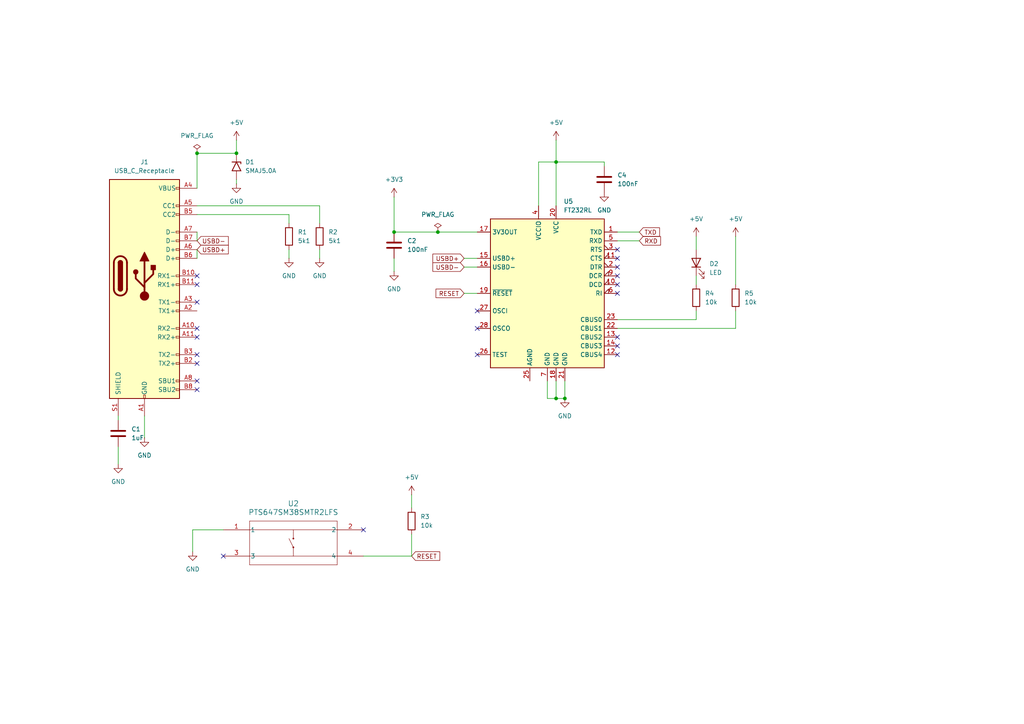
<source format=kicad_sch>
(kicad_sch (version 20231120) (generator "eeschema") (generator_version "8.0")
  (paper "A4")
  (lib_symbols
    (symbol "Connector:USB_C_Receptacle" (pin_names (offset 1.016))
      (property "Reference" "J" (at -10.16 29.21 0))
      (property "Value" "USB_C_Receptacle" (at 10.16 29.21 0))
      (symbol "USB_C_Receptacle_0_0"
        (rectangle (start -0.254 -35.56) (end 0.254 -34.544))
        (rectangle (start 10.16 -32.766) (end 9.144 -33.274))
        (rectangle (start 10.16 -30.226) (end 9.144 -30.734))
        (rectangle (start 10.16 -25.146) (end 9.144 -25.654))
        (rectangle (start 10.16 -22.606) (end 9.144 -23.114))
        (rectangle (start 10.16 -17.526) (end 9.144 -18.034))
        (rectangle (start 10.16 -14.986) (end 9.144 -15.494))
        (rectangle (start 10.16 -9.906) (end 9.144 -10.414))
        (rectangle (start 10.16 -7.366) (end 9.144 -7.874))
        (rectangle (start 10.16 -2.286) (end 9.144 -2.794))
        (rectangle (start 10.16 0.254) (end 9.144 -0.254))
        (rectangle (start 10.16 5.334) (end 9.144 4.826))
        (rectangle (start 10.16 7.874) (end 9.144 7.366))
        (rectangle (start 10.16 10.414) (end 9.144 9.906))
        (rectangle (start 10.16 12.954) (end 9.144 12.446))
        (rectangle (start 10.16 18.034) (end 9.144 17.526))
        (rectangle (start 10.16 20.574) (end 9.144 20.066))
        (rectangle (start 10.16 25.654) (end 9.144 25.146))
      )
      (symbol "USB_C_Receptacle_0_1"
        (rectangle (start -10.16 27.94) (end 10.16 -35.56) (stroke (width 0.254)) (fill (type background)))
        (arc (start -8.89 -3.81) (mid -6.985 -5.7067) (end -5.08 -3.81) (stroke (width 0.508)))
        (arc (start -7.62 -3.81) (mid -6.985 -4.4423) (end -6.35 -3.81) (stroke (width 0.254)))
        (arc (start -7.62 -3.81) (mid -6.985 -4.4423) (end -6.35 -3.81) (stroke (width 0.254)) (fill (type outline)))
        (rectangle (start -7.62 -3.81) (end -6.35 3.81) (stroke (width 0.254)) (fill (type outline)))
        (arc (start -6.35 3.81) (mid -6.985 4.4423) (end -7.62 3.81) (stroke (width 0.254)))
        (arc (start -6.35 3.81) (mid -6.985 4.4423) (end -7.62 3.81) (stroke (width 0.254)) (fill (type outline)))
        (arc (start -5.08 3.81) (mid -6.985 5.7067) (end -8.89 3.81) (stroke (width 0.508)))
        (polyline (pts (xy -8.89 -3.81) (xy -8.89 3.81)) (stroke (width 0.508)))
        (polyline (pts (xy -5.08 3.81) (xy -5.08 -3.81)) (stroke (width 0.508)))
      )
      (symbol "USB_C_Receptacle_1_1"
        (circle (center -2.54 1.143) (radius 0.635) (stroke (width 0.254)) (fill (type outline)))
        (circle (center 0 -5.842) (radius 1.27) (fill (type outline)))
        (polyline (pts (xy 0 -5.842) (xy 0 4.318)) (stroke (width 0.508)))
        (polyline (pts (xy 0 -3.302) (xy -2.54 -0.762) (xy -2.54 0.508)) (stroke (width 0.508)))
        (polyline (pts (xy 0 -2.032) (xy 2.54 0.508) (xy 2.54 1.778)) (stroke (width 0.508)))
        (polyline (pts (xy -1.27 4.318) (xy 0 6.858) (xy 1.27 4.318) (xy -1.27 4.318)) (stroke (width 0.254)) (fill (type outline)))
        (rectangle (start 1.905 1.778) (end 3.175 3.048) (stroke (width 0.254)) (fill (type outline)))
        (pin passive line (at 0 -40.64 90) (length 5.08) (name "GND") (number "A1"))
        (pin bidirectional line (at 15.24 -15.24 180) (length 5.08) (name "RX2-") (number "A10"))
        (pin bidirectional line (at 15.24 -17.78 180) (length 5.08) (name "RX2+") (number "A11"))
        (pin passive line (at 0 -40.64 90) (length 5.08) hide (name "GND") (number "A12"))
        (pin bidirectional line (at 15.24 -10.16 180) (length 5.08) (name "TX1+") (number "A2"))
        (pin bidirectional line (at 15.24 -7.62 180) (length 5.08) (name "TX1-") (number "A3"))
        (pin passive line (at 15.24 25.4 180) (length 5.08) (name "VBUS") (number "A4"))
        (pin bidirectional line (at 15.24 20.32 180) (length 5.08) (name "CC1") (number "A5"))
        (pin bidirectional line (at 15.24 7.62 180) (length 5.08) (name "D+") (number "A6"))
        (pin bidirectional line (at 15.24 12.7 180) (length 5.08) (name "D-") (number "A7"))
        (pin bidirectional line (at 15.24 -30.48 180) (length 5.08) (name "SBU1") (number "A8"))
        (pin passive line (at 15.24 25.4 180) (length 5.08) hide (name "VBUS") (number "A9"))
        (pin passive line (at 0 -40.64 90) (length 5.08) hide (name "GND") (number "B1"))
        (pin bidirectional line (at 15.24 0 180) (length 5.08) (name "RX1-") (number "B10"))
        (pin bidirectional line (at 15.24 -2.54 180) (length 5.08) (name "RX1+") (number "B11"))
        (pin passive line (at 0 -40.64 90) (length 5.08) hide (name "GND") (number "B12"))
        (pin bidirectional line (at 15.24 -25.4 180) (length 5.08) (name "TX2+") (number "B2"))
        (pin bidirectional line (at 15.24 -22.86 180) (length 5.08) (name "TX2-") (number "B3"))
        (pin passive line (at 15.24 25.4 180) (length 5.08) hide (name "VBUS") (number "B4"))
        (pin bidirectional line (at 15.24 17.78 180) (length 5.08) (name "CC2") (number "B5"))
        (pin bidirectional line (at 15.24 5.08 180) (length 5.08) (name "D+") (number "B6"))
        (pin bidirectional line (at 15.24 10.16 180) (length 5.08) (name "D-") (number "B7"))
        (pin bidirectional line (at 15.24 -33.02 180) (length 5.08) (name "SBU2") (number "B8"))
        (pin passive line (at 15.24 25.4 180) (length 5.08) hide (name "VBUS") (number "B9"))
        (pin passive line (at -7.62 -40.64 90) (length 5.08) (name "SHIELD") (number "S1"))
      )
    )
    (symbol "Device:C" (pin_numbers hide) (pin_names (offset 0.254))
      (property "Reference" "C" (at 0.635 2.54 0))
      (property "Value" "C" (at 0.635 -2.54 0))
      (symbol "C_0_1"
        (polyline (pts (xy -2.032 -0.762) (xy 2.032 -0.762)) (stroke (width 0.508)))
        (polyline (pts (xy -2.032 0.762) (xy 2.032 0.762)) (stroke (width 0.508)))
      )
      (symbol "C_1_1"
        (pin passive line (at 0 3.81 270) (length 2.794) (name "~") (number "1"))
        (pin passive line (at 0 -3.81 90) (length 2.794) (name "~") (number "2"))
      )
    )
    (symbol "Device:LED" (pin_numbers hide) (pin_names (offset 1.016) hide)
      (property "Reference" "D" (at 0 2.54 0))
      (property "Value" "LED" (at 0 -2.54 0))
      (symbol "LED_0_1"
        (polyline (pts (xy -1.27 -1.27) (xy -1.27 1.27)) (stroke (width 0.254)))
        (polyline (pts (xy -1.27 0) (xy 1.27 0)))
        (polyline (pts (xy 1.27 -1.27) (xy 1.27 1.27) (xy -1.27 0) (xy 1.27 -1.27)) (stroke (width 0.254)))
        (polyline (pts (xy -3.048 -0.762) (xy -4.572 -2.286) (xy -3.81 -2.286) (xy -4.572 -2.286) (xy -4.572 -1.524)))
        (polyline (pts (xy -1.778 -0.762) (xy -3.302 -2.286) (xy -2.54 -2.286) (xy -3.302 -2.286) (xy -3.302 -1.524)))
      )
      (symbol "LED_1_1"
        (pin passive line (at -3.81 0 0) (length 2.54) (name "K") (number "1"))
        (pin passive line (at 3.81 0 180) (length 2.54) (name "A") (number "2"))
      )
    )
    (symbol "Device:R" (pin_numbers hide) (pin_names (offset 0))
      (property "Reference" "R" (at 2.032 0 90))
      (property "Value" "R" (at 0 0 90))
      (symbol "R_0_1"
        (rectangle (start -1.016 -2.54) (end 1.016 2.54) (stroke (width 0.254)))
      )
      (symbol "R_1_1"
        (pin passive line (at 0 3.81 270) (length 1.27) (name "~") (number "1"))
        (pin passive line (at 0 -3.81 90) (length 1.27) (name "~") (number "2"))
      )
    )
    (symbol "Diode:SMAJ5.0A" (pin_numbers hide) (pin_names (offset 1.016) hide)
      (property "Reference" "D" (at 0 2.54 0))
      (property "Value" "SMAJ5.0A" (at 0 -2.54 0))
      (symbol "SMAJ5.0A_0_1"
        (polyline (pts (xy -0.762 1.27) (xy -1.27 1.27) (xy -1.27 -1.27)) (stroke (width 0.254)))
        (polyline (pts (xy 1.27 1.27) (xy 1.27 -1.27) (xy -1.27 0) (xy 1.27 1.27)) (stroke (width 0.254)))
      )
      (symbol "SMAJ5.0A_1_1"
        (pin passive line (at -3.81 0 0) (length 2.54) (name "A1") (number "1"))
        (pin passive line (at 3.81 0 180) (length 2.54) (name "A2") (number "2"))
      )
    )
    (symbol "Imported_Component_Symbols:PTS647SM38SMTR2LFS" (pin_names (offset 0.254))
      (property "Reference" "U" (at 20.32 7.62 0))
      (property "Value" "PTS647SM38SMTR2LFS" (at 20.32 5.08 0))
      (symbol "PTS647SM38SMTR2LFS_0_1"
        (polyline (pts (xy 7.62 -10.16) (xy 33.02 -10.16)) (stroke (width 0.127)))
        (polyline (pts (xy 7.62 -7.62) (xy 33.02 -7.62)) (stroke (width 0.127)))
        (polyline (pts (xy 7.62 0) (xy 33.02 0)) (stroke (width 0.127)))
        (polyline (pts (xy 7.62 2.54) (xy 7.62 -10.16)) (stroke (width 0.127)))
        (polyline (pts (xy 20.32 -5.08) (xy 19.05 -2.54)) (stroke (width 0.127)))
        (polyline (pts (xy 20.32 -5.08) (xy 20.32 -7.62)) (stroke (width 0.127)))
        (polyline (pts (xy 20.32 0) (xy 20.32 -2.54)) (stroke (width 0.127)))
        (polyline (pts (xy 33.02 -10.16) (xy 33.02 2.54)) (stroke (width 0.127)))
        (polyline (pts (xy 33.02 2.54) (xy 7.62 2.54)) (stroke (width 0.127)))
        (circle (center 20.32 -5.08) (radius 0.127) (stroke (width 0.254)))
        (circle (center 20.32 -2.54) (radius 0.127) (stroke (width 0.254)))
        (pin unspecified line (at 0 0 0) (length 7.62) (name "1") (number "1"))
        (pin unspecified line (at 40.64 0 180) (length 7.62) (name "2") (number "2"))
        (pin unspecified line (at 0 -7.62 0) (length 7.62) (name "3") (number "3"))
        (pin unspecified line (at 40.64 -7.62 180) (length 7.62) (name "4") (number "4"))
      )
    )
    (symbol "Interface_USB:FT232RL"
      (property "Reference" "U" (at -16.51 22.86 0))
      (property "Value" "FT232RL" (at 10.16 22.86 0))
      (symbol "FT232RL_0_1"
        (rectangle (start -16.51 21.59) (end 16.51 -21.59) (stroke (width 0.254)) (fill (type background)))
      )
      (symbol "FT232RL_1_1"
        (pin output line (at 20.32 17.78 180) (length 3.81) (name "TXD") (number "1"))
        (pin input input_low (at 20.32 2.54 180) (length 3.81) (name "DCD") (number "10"))
        (pin input input_low (at 20.32 10.16 180) (length 3.81) (name "CTS") (number "11"))
        (pin bidirectional line (at 20.32 -17.78 180) (length 3.81) (name "CBUS4") (number "12"))
        (pin bidirectional line (at 20.32 -12.7 180) (length 3.81) (name "CBUS2") (number "13"))
        (pin bidirectional line (at 20.32 -15.24 180) (length 3.81) (name "CBUS3") (number "14"))
        (pin bidirectional line (at -20.32 10.16 0) (length 3.81) (name "USBD+") (number "15"))
        (pin bidirectional line (at -20.32 7.62 0) (length 3.81) (name "USBD-") (number "16"))
        (pin power_out line (at -20.32 17.78 0) (length 3.81) (name "3V3OUT") (number "17"))
        (pin power_in line (at 2.54 -25.4 90) (length 3.81) (name "GND") (number "18"))
        (pin input line (at -20.32 0 0) (length 3.81) (name "~{RESET}") (number "19"))
        (pin output output_low (at 20.32 7.62 180) (length 3.81) (name "DTR") (number "2"))
        (pin power_in line (at 2.54 25.4 270) (length 3.81) (name "VCC") (number "20"))
        (pin power_in line (at 5.08 -25.4 90) (length 3.81) (name "GND") (number "21"))
        (pin bidirectional line (at 20.32 -10.16 180) (length 3.81) (name "CBUS1") (number "22"))
        (pin bidirectional line (at 20.32 -7.62 180) (length 3.81) (name "CBUS0") (number "23"))
        (pin power_in line (at -5.08 -25.4 90) (length 3.81) (name "AGND") (number "25"))
        (pin input line (at -20.32 -17.78 0) (length 3.81) (name "TEST") (number "26"))
        (pin input line (at -20.32 -5.08 0) (length 3.81) (name "OSCI") (number "27"))
        (pin output line (at -20.32 -10.16 0) (length 3.81) (name "OSCO") (number "28"))
        (pin output output_low (at 20.32 12.7 180) (length 3.81) (name "RTS") (number "3"))
        (pin power_in line (at -2.54 25.4 270) (length 3.81) (name "VCCIO") (number "4"))
        (pin input line (at 20.32 15.24 180) (length 3.81) (name "RXD") (number "5"))
        (pin input input_low (at 20.32 0 180) (length 3.81) (name "RI") (number "6"))
        (pin power_in line (at 0 -25.4 90) (length 3.81) (name "GND") (number "7"))
        (pin input input_low (at 20.32 5.08 180) (length 3.81) (name "DCR") (number "9"))
      )
    )
    (symbol "power:+3V3" (power) (pin_numbers hide) (pin_names (offset 0) hide)
      (property "Value" "+3V3" (at 0 3.556 0))
      (symbol "+3V3_0_1"
        (polyline (pts (xy -0.762 1.27) (xy 0 2.54)))
        (polyline (pts (xy 0 0) (xy 0 2.54)))
        (polyline (pts (xy 0 2.54) (xy 0.762 1.27)))
      )
      (symbol "+3V3_1_1"
        (pin power_in line (at 0 0 90) (length 0) (name "~") (number "1"))
      )
    )
    (symbol "power:+5V" (power) (pin_numbers hide) (pin_names (offset 0) hide)
      (property "Value" "+5V" (at 0 3.556 0))
      (symbol "+5V_0_1"
        (polyline (pts (xy -0.762 1.27) (xy 0 2.54)))
        (polyline (pts (xy 0 0) (xy 0 2.54)))
        (polyline (pts (xy 0 2.54) (xy 0.762 1.27)))
      )
      (symbol "+5V_1_1"
        (pin power_in line (at 0 0 90) (length 0) (name "~") (number "1"))
      )
    )
    (symbol "power:GND" (power) (pin_numbers hide) (pin_names (offset 0) hide)
      (property "Value" "GND" (at 0 -3.81 0))
      (symbol "GND_0_1"
        (polyline (pts (xy 0 0) (xy 0 -1.27) (xy 1.27 -1.27) (xy 0 -2.54) (xy -1.27 -1.27) (xy 0 -1.27)))
      )
      (symbol "GND_1_1"
        (pin power_in line (at 0 0 270) (length 0) (name "~") (number "1"))
      )
    )
    (symbol "power:PWR_FLAG" (power) (pin_numbers hide) (pin_names (offset 0) hide)
      (property "Value" "PWR_FLAG" (at 0 3.81 0))
      (symbol "PWR_FLAG_0_0"
        (pin power_out line (at 0 0 90) (length 0) (name "~") (number "1"))
      )
      (symbol "PWR_FLAG_0_1"
        (polyline (pts (xy 0 0) (xy 0 1.27) (xy -1.016 1.905) (xy 0 2.54) (xy 1.016 1.905) (xy 0 1.27)))
      )
    )
  )
  (junction (at 127 67.31))
  (junction (at 114.3 67.31))
  (junction (at 68.58 44.45))
  (junction (at 57.15 44.45))
  (junction (at 161.29 46.99))
  (junction (at 163.83 115.57))
  (junction (at 161.29 115.57))
  (no_connect (at 179.07 85.09))
  (no_connect (at 138.43 95.25))
  (no_connect (at 179.07 80.01))
  (no_connect (at 64.77 161.29))
  (no_connect (at 179.07 72.39))
  (no_connect (at 179.07 100.33))
  (no_connect (at 179.07 74.93))
  (no_connect (at 138.43 90.17))
  (no_connect (at 57.15 87.63))
  (no_connect (at 57.15 113.03))
  (no_connect (at 57.15 110.49))
  (no_connect (at 179.07 97.79))
  (no_connect (at 179.07 82.55))
  (no_connect (at 57.15 95.25))
  (no_connect (at 138.43 102.87))
  (no_connect (at 57.15 105.41))
  (no_connect (at 57.15 82.55))
  (no_connect (at 105.41 153.67))
  (no_connect (at 57.15 97.79))
  (no_connect (at 179.07 102.87))
  (no_connect (at 57.15 102.87))
  (no_connect (at 179.07 77.47))
  (no_connect (at 57.15 80.01))
  (wire (pts (xy 201.93 80.01) (xy 201.93 82.55)))
  (wire (pts (xy 105.41 161.29) (xy 119.38 161.29)))
  (wire (pts (xy 114.3 74.93) (xy 114.3 78.74)))
  (wire (pts (xy 185.42 69.85) (xy 179.07 69.85)))
  (wire (pts (xy 34.29 129.54) (xy 34.29 134.62)))
  (wire (pts (xy 57.15 62.23) (xy 83.82 62.23)))
  (wire (pts (xy 201.93 68.58) (xy 201.93 72.39)))
  (wire (pts (xy 127 67.31) (xy 138.43 67.31)))
  (wire (pts (xy 92.71 59.69) (xy 92.71 64.77)))
  (wire (pts (xy 68.58 44.45) (xy 68.58 40.64)))
  (wire (pts (xy 134.62 77.47) (xy 138.43 77.47)))
  (wire (pts (xy 175.26 48.26) (xy 175.26 46.99)))
  (wire (pts (xy 57.15 44.45) (xy 57.15 54.61)))
  (wire (pts (xy 201.93 90.17) (xy 201.93 92.71)))
  (wire (pts (xy 92.71 72.39) (xy 92.71 74.93)))
  (wire (pts (xy 134.62 74.93) (xy 138.43 74.93)))
  (wire (pts (xy 158.75 110.49) (xy 158.75 115.57)))
  (wire (pts (xy 156.21 46.99) (xy 161.29 46.99)))
  (wire (pts (xy 161.29 115.57) (xy 163.83 115.57)))
  (wire (pts (xy 213.36 90.17) (xy 213.36 95.25)))
  (wire (pts (xy 83.82 62.23) (xy 83.82 64.77)))
  (wire (pts (xy 213.36 95.25) (xy 179.07 95.25)))
  (wire (pts (xy 119.38 143.51) (xy 119.38 147.32)))
  (wire (pts (xy 41.91 120.65) (xy 41.91 127)))
  (wire (pts (xy 163.83 110.49) (xy 163.83 115.57)))
  (wire (pts (xy 55.88 153.67) (xy 55.88 160.02)))
  (wire (pts (xy 34.29 120.65) (xy 34.29 121.92)))
  (wire (pts (xy 156.21 59.69) (xy 156.21 46.99)))
  (wire (pts (xy 57.15 67.31) (xy 57.15 69.85)))
  (wire (pts (xy 68.58 52.07) (xy 68.58 53.34)))
  (wire (pts (xy 57.15 72.39) (xy 57.15 74.93)))
  (wire (pts (xy 114.3 67.31) (xy 127 67.31)))
  (wire (pts (xy 134.62 85.09) (xy 138.43 85.09)))
  (wire (pts (xy 114.3 57.15) (xy 114.3 67.31)))
  (wire (pts (xy 158.75 115.57) (xy 161.29 115.57)))
  (wire (pts (xy 161.29 46.99) (xy 161.29 59.69)))
  (wire (pts (xy 161.29 110.49) (xy 161.29 115.57)))
  (wire (pts (xy 57.15 44.45) (xy 68.58 44.45)))
  (wire (pts (xy 175.26 46.99) (xy 161.29 46.99)))
  (wire (pts (xy 201.93 92.71) (xy 179.07 92.71)))
  (wire (pts (xy 57.15 59.69) (xy 92.71 59.69)))
  (wire (pts (xy 213.36 68.58) (xy 213.36 82.55)))
  (wire (pts (xy 55.88 153.67) (xy 64.77 153.67)))
  (wire (pts (xy 119.38 161.29) (xy 119.38 154.94)))
  (wire (pts (xy 185.42 67.31) (xy 179.07 67.31)))
  (wire (pts (xy 83.82 72.39) (xy 83.82 74.93)))
  (wire (pts (xy 161.29 40.64) (xy 161.29 46.99)))
  (global_label "RESET" (shape input) (at 119.38 161.29 0) (property "Intersheetrefs" "${INTERSHEET_REFS}" (effects (hide yes))))
  (global_label "USBD+" (shape input) (at 134.62 74.93 180) (property "Intersheetrefs" "${INTERSHEET_REFS}" (effects (hide yes))))
  (global_label "RXD" (shape input) (at 185.42 69.85 0) (property "Intersheetrefs" "${INTERSHEET_REFS}" (effects (hide yes))))
  (global_label "USBD+" (shape input) (at 57.15 72.39 0) (property "Intersheetrefs" "${INTERSHEET_REFS}" (effects (hide yes))))
  (global_label "USBD-" (shape input) (at 57.15 69.85 0) (property "Intersheetrefs" "${INTERSHEET_REFS}" (effects (hide yes))))
  (global_label "TXD" (shape input) (at 185.42 67.31 0) (property "Intersheetrefs" "${INTERSHEET_REFS}" (effects (hide yes))))
  (global_label "USBD-" (shape input) (at 134.62 77.47 180) (property "Intersheetrefs" "${INTERSHEET_REFS}" (effects (hide yes))))
  (global_label "RESET" (shape input) (at 134.62 85.09 180) (property "Intersheetrefs" "${INTERSHEET_REFS}" (effects (hide yes))))
  (symbol (lib_id "Diode:SMAJ5.0A") (at 68.58 48.26 270) (unit 1)
    (property "Reference" "D1" (at 71.12 46.9899 90) (effects (justify left)))
    (property "Value" "SMAJ5.0A" (at 71.12 49.5299 90) (effects (justify left)))
    (property "Footprint" "Diode_SMD:D_SMA" (effects (hide yes)))
    (property "Datasheet" "https://www.littelfuse.com/media?resourcetype=datasheets&itemid=75e32973-b177-4ee3-a0ff-cedaf1abdb93&filename=smaj-datasheet" (effects (hide yes)))
    (property "Description" "400W unidirectional Transient Voltage Suppressor, 5.0Vr, SMA(DO-214AC)" (effects (hide yes)))
  )
  (symbol (lib_id "power:+5V") (at 68.58 40.64 0) (unit 1)
    (property "Reference" "#PWR04" (effects (hide yes)))
    (property "Value" "+5V" (at 68.58 35.56 0))
    (property "Description" "Power symbol creates a global label with name \"+5V\"" (effects (hide yes)))
  )
  (symbol (lib_id "Device:C") (at 175.26 52.07 0) (unit 1)
    (property "Reference" "C4" (at 179.07 50.7999 0) (effects (justify left)))
    (property "Value" "100nF" (at 179.07 53.3399 0) (effects (justify left)))
    (property "Description" "Unpolarized capacitor" (effects (hide yes)))
  )
  (symbol (lib_id "Device:R") (at 83.82 68.58 0) (unit 1)
    (property "Reference" "R1" (at 86.36 67.3099 0) (effects (justify left)))
    (property "Value" "5k1" (at 86.36 69.8499 0) (effects (justify left)))
    (property "Description" "Resistor" (effects (hide yes)))
  )
  (symbol (lib_id "Device:R") (at 201.93 86.36 0) (unit 1)
    (property "Reference" "R4" (at 204.47 85.0899 0) (effects (justify left)))
    (property "Value" "10k" (at 204.47 87.6299 0) (effects (justify left)))
    (property "Description" "Resistor" (effects (hide yes)))
  )
  (symbol (lib_id "power:GND") (at 83.82 74.93 0) (unit 1)
    (property "Reference" "#PWR08" (effects (hide yes)))
    (property "Value" "GND" (at 83.82 80.01 0))
    (property "Description" "Power symbol creates a global label with name \"GND\" , ground" (effects (hide yes)))
  )
  (symbol (lib_id "Device:C") (at 34.29 125.73 0) (unit 1)
    (property "Reference" "C1" (at 38.1 124.4599 0) (effects (justify left)))
    (property "Value" "1uF" (at 38.1 126.9999 0) (effects (justify left)))
    (property "Description" "Unpolarized capacitor" (effects (hide yes)))
  )
  (symbol (lib_id "power:GND") (at 92.71 74.93 0) (unit 1)
    (property "Reference" "#PWR010" (effects (hide yes)))
    (property "Value" "GND" (at 92.71 80.01 0))
    (property "Description" "Power symbol creates a global label with name \"GND\" , ground" (effects (hide yes)))
  )
  (symbol (lib_id "power:GND") (at 55.88 160.02 0) (unit 1)
    (property "Reference" "#PWR03" (effects (hide yes)))
    (property "Value" "GND" (at 55.88 165.1 0))
    (property "Description" "Power symbol creates a global label with name \"GND\" , ground" (effects (hide yes)))
  )
  (symbol (lib_id "power:GND") (at 114.3 78.74 0) (unit 1)
    (property "Reference" "#PWR013" (effects (hide yes)))
    (property "Value" "GND" (at 114.3 83.82 0))
    (property "Description" "Power symbol creates a global label with name \"GND\" , ground" (effects (hide yes)))
  )
  (symbol (lib_id "Device:R") (at 213.36 86.36 0) (unit 1)
    (property "Reference" "R5" (at 215.9 85.0899 0) (effects (justify left)))
    (property "Value" "10k" (at 215.9 87.6299 0) (effects (justify left)))
    (property "Description" "Resistor" (effects (hide yes)))
  )
  (symbol (lib_id "Connector:USB_C_Receptacle") (at 41.91 80.01 0) (unit 1)
    (property "Reference" "J1" (at 41.91 46.99 0))
    (property "Value" "USB_C_Receptacle" (at 41.91 49.53 0))
    (property "Footprint" "Connector_USB:USB_C_Receptacle_GCT_USB4085" (effects (hide yes)))
    (property "Datasheet" "https://www.usb.org/sites/default/files/documents/usb_type-c.zip" (effects (hide yes)))
    (property "Description" "USB Full-Featured Type-C Receptacle connector" (effects (hide yes)))
  )
  (symbol (lib_id "Device:C") (at 114.3 71.12 0) (unit 1)
    (property "Reference" "C2" (at 118.11 69.8499 0) (effects (justify left)))
    (property "Value" "100nF" (at 118.11 72.3899 0) (effects (justify left)))
    (property "Description" "Unpolarized capacitor" (effects (hide yes)))
  )
  (symbol (lib_id "power:+5V") (at 161.29 40.64 0) (unit 1)
    (property "Reference" "#PWR015" (effects (hide yes)))
    (property "Value" "+5V" (at 161.29 35.56 0))
    (property "Description" "Power symbol creates a global label with name \"+5V\"" (effects (hide yes)))
  )
  (symbol (lib_id "power:GND") (at 175.26 55.88 0) (unit 1)
    (property "Reference" "#PWR017" (effects (hide yes)))
    (property "Value" "GND" (at 175.26 60.96 0))
    (property "Description" "Power symbol creates a global label with name \"GND\" , ground" (effects (hide yes)))
  )
  (symbol (lib_id "power:PWR_FLAG") (at 57.15 44.45 0) (unit 1)
    (property "Reference" "#FLG01" (effects (hide yes)))
    (property "Value" "PWR_FLAG" (at 57.15 39.37 0))
    (property "Description" "Special symbol for telling ERC where power comes from" (effects (hide yes)))
  )
  (symbol (lib_id "power:GND") (at 41.91 127 0) (unit 1)
    (property "Reference" "#PWR02" (effects (hide yes)))
    (property "Value" "GND" (at 41.91 132.08 0))
    (property "Description" "Power symbol creates a global label with name \"GND\" , ground" (effects (hide yes)))
  )
  (symbol (lib_id "Device:R") (at 119.38 151.13 0) (unit 1)
    (property "Reference" "R3" (at 121.92 149.8599 0) (effects (justify left)))
    (property "Value" "10k" (at 121.92 152.3999 0) (effects (justify left)))
    (property "Description" "Resistor" (effects (hide yes)))
  )
  (symbol (lib_id "Interface_USB:FT232RL") (at 158.75 85.09 0) (unit 1)
    (property "Reference" "U5" (at 163.4841 58.42 0) (effects (justify left)))
    (property "Value" "FT232RL" (at 163.4841 60.96 0) (effects (justify left)))
    (property "Footprint" "Package_SO:SSOP-28_5.3x10.2mm_P0.65mm" (effects (hide yes)))
    (property "Datasheet" "https://www.ftdichip.com/Support/Documents/DataSheets/ICs/DS_FT232R.pdf" (effects (hide yes)))
    (property "Description" "USB to Serial Interface, SSOP-28" (effects (hide yes)))
  )
  (symbol (lib_id "Imported_Component_Symbols:PTS647SM38SMTR2LFS") (at 64.77 153.67 0) (unit 1)
    (property "Reference" "U2" (at 85.09 146.05 0) (effects (font (size 1.524 1.524))))
    (property "Value" "PTS647SM38SMTR2LFS" (at 85.09 148.59 0) (effects (font (size 1.524 1.524))))
    (property "Footprint" "SW_PTS647SM38SMTR2LFS_CNK" (effects (hide yes)))
    (property "Datasheet" "PTS647SM38SMTR2LFS" (effects (hide yes)))
  )
  (symbol (lib_id "power:GND") (at 34.29 134.62 0) (unit 1)
    (property "Reference" "#PWR01" (effects (hide yes)))
    (property "Value" "GND" (at 34.29 139.7 0))
    (property "Description" "Power symbol creates a global label with name \"GND\" , ground" (effects (hide yes)))
  )
  (symbol (lib_id "power:+5V") (at 119.38 143.51 0) (unit 1)
    (property "Reference" "#PWR014" (effects (hide yes)))
    (property "Value" "+5V" (at 119.38 138.43 0))
    (property "Description" "Power symbol creates a global label with name \"+5V\"" (effects (hide yes)))
  )
  (symbol (lib_id "Device:R") (at 92.71 68.58 0) (unit 1)
    (property "Reference" "R2" (at 95.25 67.3099 0) (effects (justify left)))
    (property "Value" "5k1" (at 95.25 69.8499 0) (effects (justify left)))
    (property "Description" "Resistor" (effects (hide yes)))
  )
  (symbol (lib_id "power:PWR_FLAG") (at 127 67.31 0) (unit 1)
    (property "Reference" "#FLG03" (effects (hide yes)))
    (property "Value" "PWR_FLAG" (at 127 62.23 0))
    (property "Description" "Special symbol for telling ERC where power comes from" (effects (hide yes)))
  )
  (symbol (lib_id "power:+5V") (at 213.36 68.58 0) (unit 1)
    (property "Reference" "#PWR019" (effects (hide yes)))
    (property "Value" "+5V" (at 213.36 63.5 0))
    (property "Description" "Power symbol creates a global label with name \"+5V\"" (effects (hide yes)))
  )
  (symbol (lib_id "power:GND") (at 163.83 115.57 0) (unit 1)
    (property "Reference" "#PWR016" (effects (hide yes)))
    (property "Value" "GND" (at 163.83 120.65 0))
    (property "Description" "Power symbol creates a global label with name \"GND\" , ground" (effects (hide yes)))
  )
  (symbol (lib_id "power:+3V3") (at 114.3 57.15 0) (unit 1)
    (property "Reference" "#PWR011" (effects (hide yes)))
    (property "Value" "+3V3" (at 114.3 52.07 0))
    (property "Description" "Power symbol creates a global label with name \"+3V3\"" (effects (hide yes)))
  )
  (symbol (lib_id "Device:LED") (at 201.93 76.2 90) (unit 1)
    (property "Reference" "D2" (at 205.74 76.5174 90) (effects (justify right)))
    (property "Value" "LED" (at 205.74 79.0574 90) (effects (justify right)))
    (property "Description" "Light emitting diode" (effects (hide yes)))
  )
  (symbol (lib_id "power:GND") (at 68.58 53.34 0) (unit 1)
    (property "Reference" "#PWR07" (effects (hide yes)))
    (property "Value" "GND" (at 68.58 58.42 0))
    (property "Description" "Power symbol creates a global label with name \"GND\" , ground" (effects (hide yes)))
  )
  (symbol (lib_id "power:+5V") (at 201.93 68.58 0) (unit 1)
    (property "Reference" "#PWR018" (effects (hide yes)))
    (property "Value" "+5V" (at 201.93 63.5 0))
    (property "Description" "Power symbol creates a global label with name \"+5V\"" (effects (hide yes)))
  )
)
</source>
